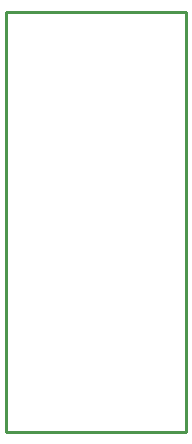
<source format=gbr>
G04 EAGLE Gerber RS-274X export*
G75*
%MOMM*%
%FSLAX34Y34*%
%LPD*%
%IN*%
%IPPOS*%
%AMOC8*
5,1,8,0,0,1.08239X$1,22.5*%
G01*
%ADD10C,0.254000*%


D10*
X0Y0D02*
X152400Y0D01*
X152400Y355600D01*
X0Y355600D01*
X0Y0D01*
M02*

</source>
